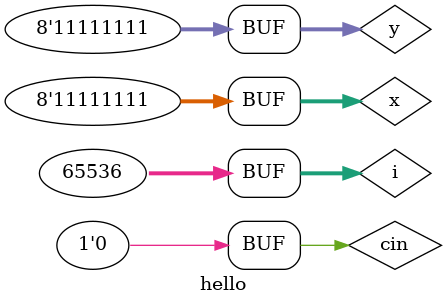
<source format=v>
module hello;
  reg [7:0]x, y;
  reg      cin;

  wire [8:0]s; 
  wire cout;

  integer i;

  rca add(x, y, s, cout);

  initial begin
    x       <= 0;
    y       <= 0;
    cin     <= 0;

  $monitor ("x=%0d y=%0d s=%0d", x[7:0], y[7:0], s[8:0]);
  
  for(i = 0; i < 256*256; i++) begin
    {x, y} = i;
    #10;
  end
end
endmodule

</source>
